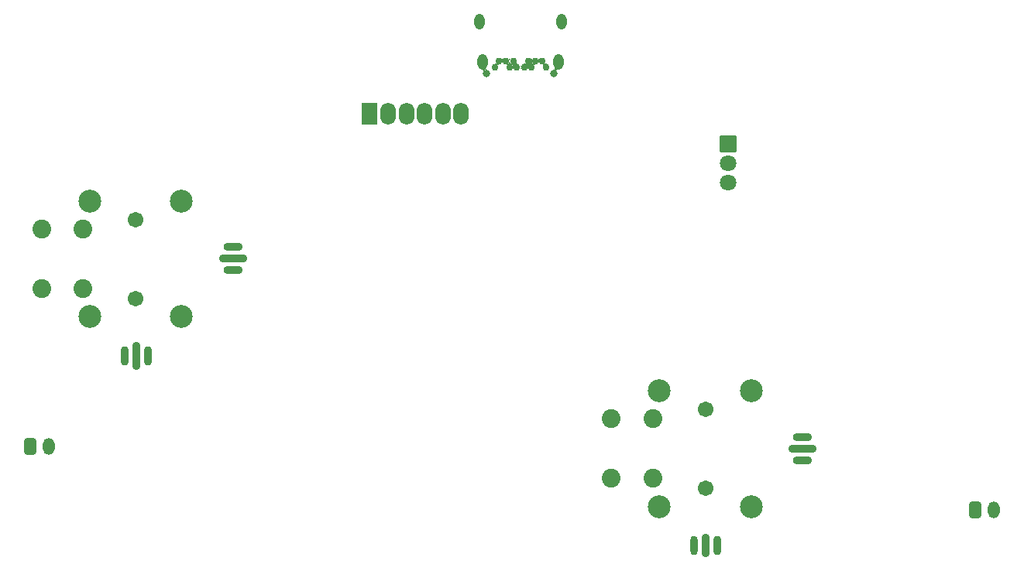
<source format=gbr>
G04 #@! TF.GenerationSoftware,KiCad,Pcbnew,(6.0.7)*
G04 #@! TF.CreationDate,2023-01-30T00:11:12-08:00*
G04 #@! TF.ProjectId,procon_gcc_main_pcb,70726f63-6f6e-45f6-9763-635f6d61696e,rev?*
G04 #@! TF.SameCoordinates,Original*
G04 #@! TF.FileFunction,Soldermask,Bot*
G04 #@! TF.FilePolarity,Negative*
%FSLAX46Y46*%
G04 Gerber Fmt 4.6, Leading zero omitted, Abs format (unit mm)*
G04 Created by KiCad (PCBNEW (6.0.7)) date 2023-01-30 00:11:12*
%MOMM*%
%LPD*%
G01*
G04 APERTURE LIST*
G04 Aperture macros list*
%AMRoundRect*
0 Rectangle with rounded corners*
0 $1 Rounding radius*
0 $2 $3 $4 $5 $6 $7 $8 $9 X,Y pos of 4 corners*
0 Add a 4 corners polygon primitive as box body*
4,1,4,$2,$3,$4,$5,$6,$7,$8,$9,$2,$3,0*
0 Add four circle primitives for the rounded corners*
1,1,$1+$1,$2,$3*
1,1,$1+$1,$4,$5*
1,1,$1+$1,$6,$7*
1,1,$1+$1,$8,$9*
0 Add four rect primitives between the rounded corners*
20,1,$1+$1,$2,$3,$4,$5,0*
20,1,$1+$1,$4,$5,$6,$7,0*
20,1,$1+$1,$6,$7,$8,$9,0*
20,1,$1+$1,$8,$9,$2,$3,0*%
G04 Aperture macros list end*
%ADD10RoundRect,0.301000X-0.350000X-0.625000X0.350000X-0.625000X0.350000X0.625000X-0.350000X0.625000X0*%
%ADD11O,1.302000X1.852000*%
%ADD12O,0.902000X2.102000*%
%ADD13O,0.902000X3.102000*%
%ADD14O,2.102000X0.902000*%
%ADD15O,3.102000X0.902000*%
%ADD16RoundRect,0.051000X0.800000X-1.150000X0.800000X1.150000X-0.800000X1.150000X-0.800000X-1.150000X0*%
%ADD17O,1.702000X2.402000*%
%ADD18C,1.702000*%
%ADD19C,2.503200*%
%ADD20C,2.053200*%
%ADD21O,0.802000X2.102000*%
%ADD22O,0.902000X2.602000*%
%ADD23RoundRect,0.051000X-0.850000X-0.850000X0.850000X-0.850000X0.850000X0.850000X-0.850000X0.850000X0*%
%ADD24C,1.802000*%
%ADD25C,0.802000*%
%ADD26C,0.752000*%
%ADD27O,1.102000X1.702000*%
G04 APERTURE END LIST*
D10*
X84870000Y-139330000D03*
D11*
X86870000Y-139330000D03*
X190150000Y-146280000D03*
D10*
X188150000Y-146280000D03*
D12*
X95149000Y-129394000D03*
D13*
X96419000Y-129394000D03*
D12*
X97689000Y-129394000D03*
D14*
X107019000Y-120064000D03*
D15*
X107019000Y-118794000D03*
D14*
X107019000Y-117524000D03*
D16*
X121970000Y-102930000D03*
D17*
X123970000Y-102930000D03*
X125970000Y-102930000D03*
X127970000Y-102930000D03*
X129970000Y-102930000D03*
X131970000Y-102930000D03*
D18*
X158644000Y-143869000D03*
X158644000Y-135269000D03*
D19*
X163644000Y-133244000D03*
X163644000Y-145894000D03*
X153644000Y-133244000D03*
X153644000Y-145894000D03*
D20*
X152894000Y-136319000D03*
X148394000Y-136319000D03*
X152894000Y-142819000D03*
X148394000Y-142819000D03*
D21*
X157374000Y-150169000D03*
D22*
X158644000Y-150169000D03*
D12*
X159914000Y-150169000D03*
D14*
X169244000Y-140839000D03*
D15*
X169244000Y-139569000D03*
D14*
X169244000Y-138299000D03*
D18*
X96394000Y-123119000D03*
X96394000Y-114519000D03*
D19*
X101394000Y-112494000D03*
X101394000Y-125144000D03*
X91394000Y-112494000D03*
X91394000Y-125144000D03*
D20*
X90644000Y-115569000D03*
X86144000Y-115569000D03*
X90644000Y-122069000D03*
X86144000Y-122069000D03*
D23*
X161100000Y-106250000D03*
D24*
X161100000Y-108325000D03*
X161100000Y-110425000D03*
D25*
X142060000Y-98475000D03*
X134710000Y-98475000D03*
D26*
X135660000Y-97825000D03*
X136060000Y-97125000D03*
X136860000Y-97125000D03*
X137260000Y-97825000D03*
X137660000Y-97125000D03*
X138060000Y-97825000D03*
X138860000Y-97825000D03*
X139260000Y-97125000D03*
X139660000Y-97825000D03*
X140060000Y-97125000D03*
X140860000Y-97125000D03*
X141260000Y-97825000D03*
D27*
X133970000Y-92835000D03*
X142590000Y-97225000D03*
X134330000Y-97225000D03*
X142950000Y-92835000D03*
G36*
X134745456Y-97885945D02*
G01*
X134745140Y-97887531D01*
X134739761Y-97895185D01*
X134717418Y-97961056D01*
X134734163Y-98028262D01*
X134784672Y-98075829D01*
X134798993Y-98080264D01*
X134799390Y-98080693D01*
X134820871Y-98089591D01*
X134822089Y-98091178D01*
X134821324Y-98093026D01*
X134819793Y-98093414D01*
X134710000Y-98076025D01*
X134586711Y-98095551D01*
X134475487Y-98152223D01*
X134387223Y-98240487D01*
X134349299Y-98314917D01*
X134347622Y-98316006D01*
X134345840Y-98315098D01*
X134345669Y-98313244D01*
X134361811Y-98274274D01*
X134362072Y-98273821D01*
X134364326Y-98270884D01*
X134389406Y-98206008D01*
X134375489Y-98138162D01*
X134327079Y-98088586D01*
X134267304Y-98072784D01*
X134261047Y-98072751D01*
X134260570Y-98072691D01*
X134241206Y-98067827D01*
X134239770Y-98066435D01*
X134240257Y-98064495D01*
X134241839Y-98063892D01*
X134364471Y-98072898D01*
X134510543Y-98043444D01*
X134643311Y-97975795D01*
X134742150Y-97884909D01*
X134744102Y-97884473D01*
X134745456Y-97885945D01*
G37*
G36*
X142152192Y-97848621D02*
G01*
X142214197Y-97925190D01*
X142335659Y-98011509D01*
X142475860Y-98061984D01*
X142571671Y-98069020D01*
X142573326Y-98070145D01*
X142573179Y-98072139D01*
X142571515Y-98073015D01*
X142507918Y-98072682D01*
X142507907Y-98074805D01*
X142506898Y-98076531D01*
X142505986Y-98076792D01*
X142463189Y-98078485D01*
X142406451Y-98118202D01*
X142380193Y-98182290D01*
X142392788Y-98250602D01*
X142404925Y-98269908D01*
X142407927Y-98273820D01*
X142408188Y-98274272D01*
X142424331Y-98313243D01*
X142424070Y-98315225D01*
X142422222Y-98315991D01*
X142420701Y-98314916D01*
X142382777Y-98240487D01*
X142294513Y-98152223D01*
X142183289Y-98095551D01*
X142063407Y-98076564D01*
X142061853Y-98075306D01*
X142062166Y-98073330D01*
X142063459Y-98072606D01*
X142074072Y-98071209D01*
X142073966Y-98070402D01*
X142074732Y-98068554D01*
X142075641Y-98068165D01*
X142120179Y-98061219D01*
X142171978Y-98015245D01*
X142190696Y-97948573D01*
X142168991Y-97880115D01*
X142148990Y-97851013D01*
X142148833Y-97849019D01*
X142150481Y-97847886D01*
X142152192Y-97848621D01*
G37*
G36*
X139569971Y-96911528D02*
G01*
X139624719Y-96946928D01*
X139693981Y-96947120D01*
X139750002Y-96911600D01*
X139752000Y-96911517D01*
X139753071Y-96913206D01*
X139752855Y-96914197D01*
X139704328Y-97009437D01*
X139686025Y-97125000D01*
X139704328Y-97240563D01*
X139757449Y-97344818D01*
X139840182Y-97427551D01*
X139944437Y-97480672D01*
X140060000Y-97498975D01*
X140133894Y-97487272D01*
X140135761Y-97487988D01*
X140136074Y-97489964D01*
X140134733Y-97491177D01*
X140091502Y-97502963D01*
X140091608Y-97503353D01*
X140091100Y-97505287D01*
X140090207Y-97505808D01*
X140047943Y-97517381D01*
X140001637Y-97568882D01*
X139990502Y-97637384D01*
X139999353Y-97668683D01*
X139998862Y-97670622D01*
X139996937Y-97671166D01*
X139995646Y-97670135D01*
X139962551Y-97605182D01*
X139879818Y-97522449D01*
X139775563Y-97469328D01*
X139660000Y-97451025D01*
X139544437Y-97469328D01*
X139440182Y-97522449D01*
X139357449Y-97605182D01*
X139304328Y-97709437D01*
X139286025Y-97825000D01*
X139304328Y-97940563D01*
X139353002Y-98036091D01*
X139352897Y-98038088D01*
X139351115Y-98038996D01*
X139350114Y-98038665D01*
X139297365Y-98003636D01*
X139228109Y-98002598D01*
X139169935Y-98038494D01*
X139167936Y-98038553D01*
X139166886Y-98036851D01*
X139167103Y-98035884D01*
X139215672Y-97940563D01*
X139233975Y-97825000D01*
X139215672Y-97709437D01*
X139162551Y-97605182D01*
X139079818Y-97522449D01*
X138975563Y-97469328D01*
X138860000Y-97451025D01*
X138783459Y-97463148D01*
X138781592Y-97462432D01*
X138781279Y-97460456D01*
X138782596Y-97459250D01*
X138824657Y-97447229D01*
X138824753Y-97446847D01*
X138825638Y-97446316D01*
X138873636Y-97432541D01*
X138919310Y-97380479D01*
X138929610Y-97311833D01*
X138921397Y-97282790D01*
X138921888Y-97280851D01*
X138923813Y-97280307D01*
X138925104Y-97281338D01*
X138957449Y-97344818D01*
X139040182Y-97427551D01*
X139144437Y-97480672D01*
X139260000Y-97498975D01*
X139375563Y-97480672D01*
X139479818Y-97427551D01*
X139562551Y-97344818D01*
X139615672Y-97240563D01*
X139633975Y-97125000D01*
X139615672Y-97009437D01*
X139567103Y-96914115D01*
X139567208Y-96912118D01*
X139568990Y-96911210D01*
X139569971Y-96911528D01*
G37*
G36*
X137169971Y-96911528D02*
G01*
X137224719Y-96946928D01*
X137293981Y-96947120D01*
X137350002Y-96911600D01*
X137352000Y-96911517D01*
X137353071Y-96913206D01*
X137352855Y-96914197D01*
X137304328Y-97009437D01*
X137286025Y-97125000D01*
X137304328Y-97240563D01*
X137357449Y-97344818D01*
X137440182Y-97427551D01*
X137544437Y-97480672D01*
X137660000Y-97498975D01*
X137775563Y-97480672D01*
X137879818Y-97427551D01*
X137962551Y-97344818D01*
X137997369Y-97276484D01*
X137999046Y-97275395D01*
X138000828Y-97276303D01*
X138001124Y-97277722D01*
X137990034Y-97344089D01*
X138017364Y-97407727D01*
X138074877Y-97446567D01*
X138111463Y-97452368D01*
X138115402Y-97452392D01*
X138115963Y-97452476D01*
X138139998Y-97459664D01*
X138141371Y-97461118D01*
X138140798Y-97463034D01*
X138139112Y-97463555D01*
X138060000Y-97451025D01*
X137944437Y-97469328D01*
X137840182Y-97522449D01*
X137757449Y-97605182D01*
X137704328Y-97709437D01*
X137686025Y-97825000D01*
X137704328Y-97940563D01*
X137753002Y-98036091D01*
X137752897Y-98038088D01*
X137751115Y-98038996D01*
X137750114Y-98038665D01*
X137697365Y-98003636D01*
X137628109Y-98002598D01*
X137569935Y-98038494D01*
X137567936Y-98038553D01*
X137566886Y-98036851D01*
X137567103Y-98035884D01*
X137615672Y-97940563D01*
X137633975Y-97825000D01*
X137615672Y-97709437D01*
X137562551Y-97605182D01*
X137479818Y-97522449D01*
X137375563Y-97469328D01*
X137260000Y-97451025D01*
X137144437Y-97469328D01*
X137040182Y-97522449D01*
X136957449Y-97605182D01*
X136923671Y-97671475D01*
X136921994Y-97672564D01*
X136920212Y-97671656D01*
X136919912Y-97670261D01*
X136930174Y-97603867D01*
X136902070Y-97540568D01*
X136844073Y-97502425D01*
X136810452Y-97497095D01*
X136800053Y-97496904D01*
X136799494Y-97496813D01*
X136777466Y-97489931D01*
X136776111Y-97488460D01*
X136776707Y-97486551D01*
X136778375Y-97486047D01*
X136860000Y-97498975D01*
X136975563Y-97480672D01*
X137079818Y-97427551D01*
X137162551Y-97344818D01*
X137215672Y-97240563D01*
X137233975Y-97125000D01*
X137215672Y-97009437D01*
X137167103Y-96914115D01*
X137167208Y-96912118D01*
X137168990Y-96911210D01*
X137169971Y-96911528D01*
G37*
G36*
X138369971Y-97611528D02*
G01*
X138424719Y-97646928D01*
X138493981Y-97647120D01*
X138550002Y-97611600D01*
X138552000Y-97611517D01*
X138553071Y-97613206D01*
X138552855Y-97614197D01*
X138504328Y-97709437D01*
X138486025Y-97825000D01*
X138504328Y-97940563D01*
X138553002Y-98036091D01*
X138552897Y-98038088D01*
X138551115Y-98038996D01*
X138550114Y-98038665D01*
X138497365Y-98003636D01*
X138428109Y-98002598D01*
X138369935Y-98038494D01*
X138367936Y-98038553D01*
X138366886Y-98036851D01*
X138367103Y-98035884D01*
X138415672Y-97940563D01*
X138433975Y-97825000D01*
X138415672Y-97709437D01*
X138367103Y-97614115D01*
X138367208Y-97612118D01*
X138368990Y-97611210D01*
X138369971Y-97611528D01*
G37*
G36*
X141200828Y-97276303D02*
G01*
X141201124Y-97277722D01*
X141190034Y-97344089D01*
X141217364Y-97407727D01*
X141274877Y-97446567D01*
X141311463Y-97452368D01*
X141315402Y-97452392D01*
X141315963Y-97452476D01*
X141339998Y-97459664D01*
X141341371Y-97461118D01*
X141340798Y-97463034D01*
X141339112Y-97463555D01*
X141260000Y-97451025D01*
X141144437Y-97469328D01*
X141040182Y-97522449D01*
X140957449Y-97605182D01*
X140923671Y-97671475D01*
X140921994Y-97672564D01*
X140920212Y-97671656D01*
X140919912Y-97670261D01*
X140930174Y-97603867D01*
X140902070Y-97540568D01*
X140844073Y-97502425D01*
X140810452Y-97497095D01*
X140800053Y-97496904D01*
X140799494Y-97496813D01*
X140777466Y-97489931D01*
X140776111Y-97488460D01*
X140776707Y-97486551D01*
X140778375Y-97486047D01*
X140860000Y-97498975D01*
X140975563Y-97480672D01*
X141079818Y-97427551D01*
X141162551Y-97344818D01*
X141197369Y-97276484D01*
X141199046Y-97275395D01*
X141200828Y-97276303D01*
G37*
G36*
X135725104Y-97281338D02*
G01*
X135757449Y-97344818D01*
X135840182Y-97427551D01*
X135944437Y-97480672D01*
X136060000Y-97498975D01*
X136133894Y-97487272D01*
X136135761Y-97487988D01*
X136136074Y-97489964D01*
X136134733Y-97491177D01*
X136091502Y-97502963D01*
X136091608Y-97503353D01*
X136091100Y-97505287D01*
X136090207Y-97505808D01*
X136047943Y-97517381D01*
X136001637Y-97568882D01*
X135990502Y-97637384D01*
X135999353Y-97668683D01*
X135998862Y-97670622D01*
X135996937Y-97671166D01*
X135995646Y-97670135D01*
X135962551Y-97605182D01*
X135879818Y-97522449D01*
X135775563Y-97469328D01*
X135660000Y-97451025D01*
X135583459Y-97463148D01*
X135581592Y-97462432D01*
X135581279Y-97460456D01*
X135582596Y-97459250D01*
X135624657Y-97447229D01*
X135624753Y-97446847D01*
X135625638Y-97446316D01*
X135673636Y-97432541D01*
X135719310Y-97380479D01*
X135729610Y-97311833D01*
X135721397Y-97282790D01*
X135721888Y-97280851D01*
X135723813Y-97280307D01*
X135725104Y-97281338D01*
G37*
G36*
X140369971Y-96911528D02*
G01*
X140424719Y-96946928D01*
X140493981Y-96947120D01*
X140550002Y-96911600D01*
X140552000Y-96911517D01*
X140553071Y-96913206D01*
X140552855Y-96914197D01*
X140504328Y-97009437D01*
X140486025Y-97125000D01*
X140504328Y-97240563D01*
X140553002Y-97336091D01*
X140552897Y-97338088D01*
X140551115Y-97338996D01*
X140550114Y-97338665D01*
X140497365Y-97303636D01*
X140428109Y-97302598D01*
X140369935Y-97338494D01*
X140367936Y-97338553D01*
X140366886Y-97336851D01*
X140367103Y-97335884D01*
X140415672Y-97240563D01*
X140433975Y-97125000D01*
X140415672Y-97009437D01*
X140367103Y-96914115D01*
X140367208Y-96912118D01*
X140368990Y-96911210D01*
X140369971Y-96911528D01*
G37*
G36*
X136369971Y-96911528D02*
G01*
X136424719Y-96946928D01*
X136493981Y-96947120D01*
X136550002Y-96911600D01*
X136552000Y-96911517D01*
X136553071Y-96913206D01*
X136552855Y-96914197D01*
X136504328Y-97009437D01*
X136486025Y-97125000D01*
X136504328Y-97240563D01*
X136553002Y-97336091D01*
X136552897Y-97338088D01*
X136551115Y-97338996D01*
X136550114Y-97338665D01*
X136497365Y-97303636D01*
X136428109Y-97302598D01*
X136369935Y-97338494D01*
X136367936Y-97338553D01*
X136366886Y-97336851D01*
X136367103Y-97335884D01*
X136415672Y-97240563D01*
X136433975Y-97125000D01*
X136415672Y-97009437D01*
X136367103Y-96914115D01*
X136367208Y-96912118D01*
X136368990Y-96911210D01*
X136369971Y-96911528D01*
G37*
M02*

</source>
